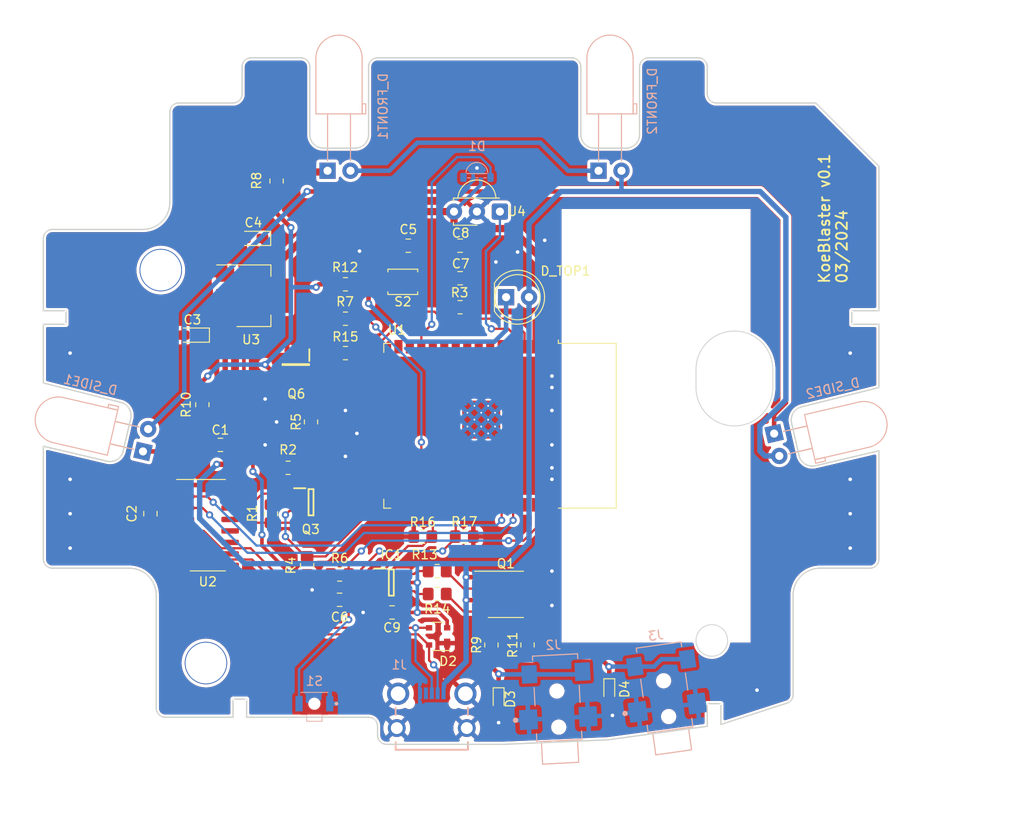
<source format=kicad_pcb>
(kicad_pcb (version 20221018) (generator pcbnew)
  (title_block (title "KoeBlaster") (date "2024-03-26") (rev "0.1"))
  (layers (0 "F.Cu" signal) (31 "B.Cu" signal) (34 "B.Paste" user) (35 "F.Paste" user) (36 "B.SilkS" user "B.Silkscreen") (37 "F.SilkS" user "F.Silkscreen") (38 "B.Mask" user) (39 "F.Mask" user) (44 "Edge.Cuts" user))
  (net 0 "")
  (net 30 "+5V")
  (net 31 "GND")
  (net 32 "Net-(U2-V3)")
  (net 33 "+3V3")
  (net 34 "/EN")
  (net 35 "/GPIO0")
  (net 36 "Net-(Q6-G)")
  (net 37 "Net-(Q6-D)")
  (net 39 "Net-(D_FRONT1-K)")
  (net 40 "Net-(D_SIDE1-K)")
  (net 41 "Net-(D_TOP1-K)")
  (net 42 "/GPIO2")
  (net 43 "/CH340TX")
  (net 44 "/CH340RX")
  (net 45 "Net-(D_FRONT1-A)")
  (net 46 "Net-(U1-SENSOR_VP)")
  (net 47 "/GPIO23")
  (net 48 "/GPIO27")
  (net 49 "/GPIO16")
  (net 51 "Net-(D_SIDE1-A)")
  (net 52 "Net-(U2-UD+)")
  (net 53 "Net-(U2-UD-)")
  (net 55 "Net-(Q3A-E)")
  (net 56 "Net-(Q3A-B)")
  (net 57 "Net-(Q3B-E)")
  (net 58 "Net-(Q3B-B)")
  (net 59 "Net-(D3-K)")
  (net 60 "Net-(D4-K)")
  (net 61 "Net-(Q1A-G1)")
  (net 62 "Net-(Q1B-G2)")
  (net 63 "Net-(Q1B-D2-Pad5)")
  (net 64 "Net-(Q1A-D1-Pad7)")
  (net 65 "Net-(IC1-2Y)")
  (net 66 "Net-(IC1-1Y)")
  (net 67 "/IR_Ext2")
  (net 68 "/IR_Ext1")
  (footprint "RF_Module:ESP32-WROOM-32" (layer "F.Cu") (at 105.565 67.735 -90)
    (fp_text reference "U1")
    (fp_text value "ESP32-WROOM-32")
  )
  (footprint "SamacSys_Parts:SOT95P275X110-6N" (layer "F.Cu") (at 96.52 85.09)
    (fp_text reference "IC1")
    (fp_text value "74LVC2G14GV,125" hide)
  )
  (footprint "" (layer "F.Cu") (at 60.45 55.05)
    (fp_text reference "")
    (fp_text value "")
  )
  (footprint "" (layer "F.Cu") (at 80.45 98.05)
    (fp_text reference "")
    (fp_text value "")
  )
  (footprint "Diode_SMD:D_SOD-523" (layer "F.Cu") (at 120.65 97 -90)
    (fp_text reference "D4")
    (fp_text value "ESD5Z5.0T1G")
  )
  (footprint "Package_TO_SOT_SMD:SOT-143" (layer "F.Cu") (at 101.7 91.05 180)
    (fp_text reference "D2")
    (fp_text value "SP0503BAHT")
  )
  (footprint "Capacitor_SMD:C_0805_2012Metric_Pad1.18x1.45mm_HandSolder" (layer "F.Cu") (at 96.6 88.4 180)
    (fp_text reference "C9")
    (fp_text value "1uF")
  )
  (footprint "Resistor_SMD:R_0805_2012Metric_Pad1.20x1.40mm_HandSolder" (layer "F.Cu") (at 107.6 92 90)
    (fp_text reference "R9")
    (fp_text value "20R")
  )
  (footprint "Resistor_SMD:R_0805_2012Metric_Pad1.20x1.40mm_HandSolder" (layer "F.Cu") (at 75.6 65.4 -90)
    (fp_text reference "R10")
    (fp_text value "13R")
  )
  (footprint "Resistor_SMD:R_0805_2012Metric_Pad1.20x1.40mm_HandSolder" (layer "F.Cu") (at 104.14 54.61)
    (fp_text reference "R3")
    (fp_text value "10k")
  )
  (footprint "Resistor_SMD:R_0805_2012Metric_Pad1.20x1.40mm_HandSolder" (layer "F.Cu") (at 90.8 84.2 180)
    (fp_text reference "R6")
    (fp_text value "10k")
  )
  (footprint "Resistor_SMD:R_0805_2012Metric_Pad1.20x1.40mm_HandSolder" (layer "F.Cu") (at 85.09 72.39 180)
    (fp_text reference "R2")
    (fp_text value "10k")
  )
  (footprint "Capacitor_SMD:C_0805_2012Metric_Pad1.18x1.45mm_HandSolder" (layer "F.Cu") (at 69.85 77.47 90)
    (fp_text reference "C2")
    (fp_text value "100nF")
  )
  (footprint "OptoDevice:Vishay_MINICAST-3Pin" (layer "F.Cu") (at 108.54 44.025 180)
    (fp_text reference "U4")
    (fp_text value "TSMP98100")
  )
  (footprint "Resistor_SMD:R_0805_2012Metric_Pad1.20x1.40mm_HandSolder" (layer "F.Cu") (at 111.6 92 90)
    (fp_text reference "R11")
    (fp_text value "20R")
  )
  (footprint "Package_SO:SOIC-8_3.9x4.9mm_P1.27mm" (layer "F.Cu") (at 109.2 86.4)
    (fp_text reference "Q1")
    (fp_text value "IRF7324")
  )
  (footprint "" (layer "F.Cu") (at 60.45 56.45)
    (fp_text reference "")
    (fp_text value "")
  )
  (footprint "LED_THT:LED_D5.0mm_IRBlack" (layer "F.Cu") (at 109.225 53.5)
    (fp_text reference "D_TOP1")
    (fp_text value "SFH 4547")
  )
  (footprint "Diode_SMD:D_SOD-523" (layer "F.Cu") (at 108.4 98 -90)
    (fp_text reference "D3")
    (fp_text value "ESD5Z5.0T1G")
  )
  (footprint "" (layer "F.Cu") (at 147.55 56.45)
    (fp_text reference "")
    (fp_text value "")
  )
  (footprint "SamacSys_Parts:SOT95P237X112-3N" (layer "F.Cu") (at 85.945 60.96 -90)
    (fp_text reference "Q6")
    (fp_text value "SQ2310CES-T1_GE3" hide)
  )
  (footprint "Resistor_SMD:R_0805_2012Metric_Pad1.20x1.40mm_HandSolder" (layer "F.Cu") (at 87.63 67.31 90)
    (fp_text reference "R5")
    (fp_text value "4k7")
  )
  (footprint "Capacitor_SMD:C_0805_2012Metric_Pad1.18x1.45mm_HandSolder" (layer "F.Cu") (at 104.14 47.8)
    (fp_text reference "C8")
    (fp_text value "1uF")
  )
  (footprint "" (layer "F.Cu") (at 132.95 98.55)
    (fp_text reference "")
    (fp_text value "")
  )
  (footprint "Capacitor_Tantalum_SMD:CP_EIA-2012-15_AVX-P_Pad1.30x1.05mm_HandSolder" (layer "F.Cu") (at 74.5 57.7 180)
    (fp_text reference "C3")
    (fp_text value "10uF")
  )
  (footprint "Capacitor_SMD:C_0805_2012Metric_Pad1.18x1.45mm_HandSolder" (layer "F.Cu") (at 104.14 51.4)
    (fp_text reference "C7")
    (fp_text value "100uF")
  )
  (footprint "Resistor_SMD:R_0805_2012Metric_Pad1.20x1.40mm_HandSolder" (layer "F.Cu") (at 91.44 55.88)
    (fp_text reference "R7")
    (fp_text value "1k")
  )
  (footprint "Button_Switch_SMD:SW_SPST_B3U-1000P" (layer "F.Cu") (at 97.79 51.8 180)
    (fp_text reference "S2")
    (fp_text value "SW_Push" hide)
  )
  (footprint "Capacitor_SMD:C_0805_2012Metric_Pad1.18x1.45mm_HandSolder" (layer "F.Cu") (at 77.6 69.85 180)
    (fp_text reference "C1")
    (fp_text value "100nF")
  )
  (footprint "Resistor_SMD:R_0805_2012Metric_Pad1.20x1.40mm_HandSolder" (layer "F.Cu") (at 83.82 40.64 90)
    (fp_text reference "R8")
    (fp_text value "13R")
  )
  (footprint "Resistor_SMD:R_0805_2012Metric_Pad1.20x1.40mm_HandSolder" (layer "F.Cu") (at 101.6 83.82 180)
    (fp_text reference "R13")
    (fp_text value "1k")
  )
  (footprint "" (layer "F.Cu") (at 147.55 55.05)
    (fp_text reference "")
    (fp_text value "")
  )
  (footprint "MountingHole:MountingHole_4.5mm" (layer "F.Cu") (at 76 94)
    (fp_text reference "H2" hide)
    (fp_text value "MountingHole_4.5mm" hide)
  )
  (footprint "Resistor_SMD:R_0805_2012Metric_Pad1.20x1.40mm_HandSolder" (layer "F.Cu") (at 87.2 83.2 90)
    (fp_text reference "R4")
    (fp_text value "4k7")
  )
  (footprint "Package_TO_SOT_SMD:SOT-223-3_TabPin2" (layer "F.Cu") (at 81.28 53.34)
    (fp_text reference "U3")
    (fp_text value "NCP1117-3.3_SOT223")
  )
  (footprint "" (layer "F.Cu") (at 131.55 98.55)
    (fp_text reference "")
    (fp_text value "")
  )
  (footprint "SamacSys_Parts:SOT95P275X110-6N" (layer "F.Cu") (at 87.63 76.2)
    (fp_text reference "Q3")
    (fp_text value "BC817DS" hide)
  )
  (footprint "" (layer "F.Cu") (at 79.05 98.05)
    (fp_text reference "")
    (fp_text value "")
  )
  (footprint "Resistor_SMD:R_0805_2012Metric_Pad1.20x1.40mm_HandSolder" (layer "F.Cu") (at 91.44 59.69 180)
    (fp_text reference "R15")
    (fp_text value "10k")
  )
  (footprint "Capacitor_Tantalum_SMD:CP_EIA-2012-15_AVX-P_Pad1.30x1.05mm_HandSolder" (layer "F.Cu") (at 81.28 46.99 180)
    (fp_text reference "C4")
    (fp_text value "22uF")
  )
  (footprint "Resistor_SMD:R_0805_2012Metric_Pad1.20x1.40mm_HandSolder" (layer "F.Cu") (at 104.6 80)
    (fp_text reference "R17")
    (fp_text value "10k")
  )
  (footprint "Resistor_SMD:R_0805_2012Metric_Pad1.20x1.40mm_HandSolder" (layer "F.Cu") (at 101.6 86.36 180)
    (fp_text reference "R14")
    (fp_text value "1k")
  )
  (footprint "Capacitor_SMD:C_0805_2012Metric_Pad1.18x1.45mm_HandSolder" (layer "F.Cu") (at 98.4 47.8 180)
    (fp_text reference "C5")
    (fp_text value "1uF")
  )
  (footprint "Resistor_SMD:R_0805_2012Metric_Pad1.20x1.40mm_HandSolder" (layer "F.Cu") (at 100 80.01 180)
    (fp_text reference "R16")
    (fp_text value "10k")
  )
  (footprint "Package_SO:SOIC-16_3.9x9.9mm_P1.27mm" (layer "F.Cu") (at 76.2 78.74)
    (fp_text reference "U2")
    (fp_text value "CH340C")
  )
  (footprint "Capacitor_SMD:C_0805_2012Metric_Pad1.18x1.45mm_HandSolder" (layer "F.Cu") (at 90.8 87 180)
    (fp_text reference "C6")
    (fp_text value "100nF")
  )
  (footprint "Resistor_SMD:R_0805_2012Metric_Pad1.20x1.40mm_HandSolder" (layer "F.Cu") (at 83.2 77.47 -90)
    (fp_text reference "R1")
    (fp_text value "10k")
  )
  (footprint "MountingHole:MountingHole_4.5mm" (layer "F.Cu") (at 71 50.5)
    (fp_text reference "H1" hide)
    (fp_text value "MountingHole_4.5mm" hide)
  )
  (footprint "Resistor_SMD:R_0805_2012Metric_Pad1.20x1.40mm_HandSolder" (layer "F.Cu") (at 91.44 52.07)
    (fp_text reference "R12")
    (fp_text value "34R")
  )
  (footprint "LED_THT:LED_D5.0mm_Horizontal_O6.35mm_Z3.0mm" (layer "B.Cu") (at 89.46 39.5)
    (fp_text reference "D_FRONT1")
    (fp_text value "SFH 4547")
  )
  (footprint "LED_THT:LED_D5.0mm_Horizontal_O3.81mm_Z3.0mm" (layer "B.Cu") (at 69.028624 70.5749 77)
    (fp_text reference "D_SIDE1")
    (fp_text value "SFH 4547")
  )
  (footprint "LED_THT:LED_D5.0mm_Horizontal_O6.35mm_Z3.0mm" (layer "B.Cu") (at 119.46 39.5)
    (fp_text reference "D_FRONT2")
    (fp_text value "SFH 4547")
  )
  (footprint "SJ2-25103A-SMT-TR:CUI_SJ2-25103A-SMT-TR" (layer "B.Cu") (at 126.946654 97.944464 98)
    (fp_text reference "J3")
    (fp_text value "SJ2-25103A-SMT-TR")
  )
  (footprint "SamacSys_Parts:B3U3000PB" (layer "B.Cu") (at 88 98.5)
    (fp_text reference "S1")
    (fp_text value "B3U-3000P-B" hide)
  )
  (footprint "koeblaster_devices:SK68xx-EC3210R" (layer "B.Cu") (at 106 40.5)
    (fp_text reference "D1")
    (fp_text value "SK68xx_ec3210r")
  )
  (footprint "SamacSys_Parts:629105150521" (layer "B.Cu") (at 101 100.3 180)
    (fp_text reference "J1")
    (fp_text value "USB_B_Mini" hide)
  )
  (footprint "LED_THT:LED_D5.0mm_Horizontal_O3.81mm_Z3.0mm" (layer "B.Cu") (at 138.9 68.6 -77)
    (fp_text reference "D_SIDE2")
    (fp_text value "SFH 4547")
  )
  (footprint "SJ2-25103A-SMT-TR:CUI_SJ2-25103A-SMT-TR" (layer "B.Cu") (at 114.952187 99.099079 93)
    (fp_text reference "J2")
    (fp_text value "SJ2-25103A-SMT-TR")
  )
  (gr_line locked (start 71.5 100) (end 79 100) (stroke (width 0.15)) (layer "Edge.Cuts"))
  (gr_line locked (start 150.5 56.5) (end 150.5 63) (stroke (width 0.15)) (layer "Edge.Cuts"))
  (gr_line locked (start 150.5 39) (end 150.5 55) (stroke (width 0.15)) (layer "Edge.Cuts"))
  (gr_arc locked (start 96 103) (mid 95.292893 102.707107) (end 95 102) (stroke (width 0.15)) (layer "Edge.Cuts"))
  (gr_arc locked (start 58 47) (mid 58.292893 46.292894) (end 59 46) (stroke (width 0.15)) (layer "Edge.Cuts"))
  (gr_line locked (start 58 70) (end 58 82.5) (stroke (width 0.15)) (layer "Edge.Cuts"))
  (gr_arc locked (start 116.5 27) (mid 117.207107 27.292893) (end 117.5 28) (stroke (width 0.15)) (layer "Edge.Cuts"))
  (gr_line locked (start 141 86.5) (end 141 97.5) (stroke (width 0.15)) (layer "Edge.Cuts"))
  (gr_line locked (start 87.5 35.5) (end 87.5 28) (stroke (width 0.15)) (layer "Edge.Cuts"))
  (gr_line locked (start 58 47) (end 58 55) (stroke (width 0.15)) (layer "Edge.Cuts"))
  (gr_arc locked (start 94 28) (mid 94.292893 27.292893) (end 95 27) (stroke (width 0.15)) (layer "Edge.Cuts"))
  (gr_line locked (start 138.75 61.5) (end 138.75 63.5) (stroke (width 0.1)) (layer "Edge.Cuts"))
  (gr_line locked (start 95 27) (end 116.5 27) (stroke (width 0.15)) (layer "Edge.Cuts"))
  (gr_arc locked (start 71.5 100) (mid 70.792893 99.707107) (end 70.5 99) (stroke (width 0.15)) (layer "Edge.Cuts"))
  (gr_line locked (start 130.25 61.5) (end 130.25 63.5) (stroke (width 0.1)) (layer "Edge.Cuts"))
  (gr_arc locked (start 94 35.5) (mid 93.56066 36.56066) (end 92.5 37) (stroke (width 0.15)) (layer "Edge.Cuts"))
  (gr_line locked (start 132.5 32) (end 143.5 32) (stroke (width 0.15)) (layer "Edge.Cuts"))
  (gr_line locked (start 95 101) (end 95 102) (stroke (width 0.15)) (layer "Edge.Cuts"))
  (gr_line locked (start 150.5 70.5) (end 150.5 82.5) (stroke (width 0.15)) (layer "Edge.Cuts"))
  (gr_line locked (start 150.5 63) (end 150.5 63.5) (stroke (width 0.15)) (layer "Edge.Cuts"))
  (gr_line locked (start 120.5 102.5) (end 109 103) (stroke (width 0.15)) (layer "Edge.Cuts"))
  (gr_line locked (start 133 98.5) (end 131.5 98.5) (stroke (width 0.15)) (layer "Edge.Cuts"))
  (gr_arc locked (start 124 35.5) (mid 123.56066 36.56066) (end 122.5 37) (stroke (width 0.15)) (layer "Edge.Cuts"))
  (gr_line locked (start 59 83.5) (end 67.5 83.5) (stroke (width 0.15)) (layer "Edge.Cuts"))
  (gr_line locked (start 117.5 35.5) (end 117.5 28) (stroke (width 0.15)) (layer "Edge.Cuts"))
  (gr_arc locked (start 94 100) (mid 94.707107 100.292893) (end 95 101) (stroke (width 0.15)) (layer "Edge.Cuts"))
  (gr_circle locked (center 132 91.5) (end 133.75 91.5) (stroke (width 0.1)) (fill none) (layer "Edge.Cuts"))
  (gr_line locked (start 58 70) (end 65.033594 71.654963) (stroke (width 0.15)) (layer "Edge.Cuts"))
  (gr_line locked (start 131.5 98.5) (end 131.5 101) (stroke (width 0.15)) (layer "Edge.Cuts"))
  (gr_line locked (start 80 28) (end 80 31) (stroke (width 0.15)) (layer "Edge.Cuts"))
  (gr_arc locked (start 72 43) (mid 71.121321 45.121321) (end 69 46) (stroke (width 0.15)) (layer "Edge.Cuts"))
  (gr_line locked (start 92.5 37) (end 89 37) (stroke (width 0.15)) (layer "Edge.Cuts"))
  (gr_arc locked (start 66.83874 70.532127) (mid 66.169412 71.468491) (end 65.033594 71.654963) (stroke (width 0.15)) (layer "Edge.Cuts"))
  (gr_arc locked (start 130.5 27) (mid 131.207107 27.292893) (end 131.5 28) (stroke (width 0.15)) (layer "Edge.Cuts"))
  (gr_arc locked (start 138.75 63.5) (mid 134.5 67.75) (end 130.25 63.5) (stroke (width 0.1)) (layer "Edge.Cuts"))
  (gr_arc locked (start 141 97.5) (mid 140.850651 98.025731) (end 140.447214 98.394427) (stroke (width 0.15)) (layer "Edge.Cuts"))
  (gr_line locked (start 58 55) (end 60.5 55) (stroke (width 0.15)) (layer "Edge.Cuts"))
  (gr_arc locked (start 124 28) (mid 124.292893 27.292893) (end 125 27) (stroke (width 0.15)) (layer "Edge.Cuts"))
  (gr_line locked (start 58 56.5) (end 58 63) (stroke (width 0.15)) (layer "Edge.Cuts"))
  (gr_line locked (start 125 27) (end 130.5 27) (stroke (width 0.15)) (layer "Edge.Cuts"))
  (gr_line locked (start 150.5 55) (end 147.5 55) (stroke (width 0.15)) (layer "Edge.Cuts"))
  (gr_line locked (start 80.5 100) (end 94 100) (stroke (width 0.15)) (layer "Edge.Cuts"))
  (gr_arc locked (start 140.831212 67.435254) (mid 141.013628 66.314561) (end 141.928996 65.642751) (stroke (width 0.15)) (layer "Edge.Cuts"))
  (gr_line locked (start 147.5 55) (end 147.5 56.5) (stroke (width 0.15)) (layer "Edge.Cuts"))
  (gr_line (start 133 98.5) (end 133 100.8) (stroke (width 0.15)) (layer "Edge.Cuts"))
  (gr_line locked (start 94 28) (end 94 35.5) (stroke (width 0.15)) (layer "Edge.Cuts"))
  (gr_arc locked (start 130.25 61.5) (mid 134.5 57.25) (end 138.75 61.5) (stroke (width 0.1)) (layer "Edge.Cuts"))
  (gr_line locked (start 60.5 56.5) (end 58 56.5) (stroke (width 0.15)) (layer "Edge.Cuts"))
  (gr_arc locked (start 67.5 83.5) (mid 69.62132 84.37868) (end 70.5 86.5) (stroke (width 0.15)) (layer "Edge.Cuts"))
  (gr_line locked (start 150.5 70.5) (end 143.466406 72.154963) (stroke (width 0.15)) (layer "Edge.Cuts"))
  (gr_line locked (start 149.5 83.5) (end 144 83.5) (stroke (width 0.15)) (layer "Edge.Cuts"))
  (gr_line locked (start 150.5 63.5) (end 141.928996 65.642751) (stroke (width 0.15)) (layer "Edge.Cuts"))
  (gr_arc locked (start 66.571004 65.142751) (mid 67.486372 65.814561) (end 67.668788 66.935254) (stroke (width 0.15)) (layer "Edge.Cuts"))
  (gr_line locked (start 69 46) (end 59 46) (stroke (width 0.15)) (layer "Edge.Cuts"))
  (gr_line locked (start 131.5 28) (end 131.5 31) (stroke (width 0.15)) (layer "Edge.Cuts"))
  (gr_arc locked (start 150.5 82.5) (mid 150.207107 83.207107) (end 149.5 83.5) (stroke (width 0.15)) (layer "Edge.Cuts"))
  (gr_line locked (start 70.5 86.5) (end 70.5 99) (stroke (width 0.15)) (layer "Edge.Cuts"))
  (gr_line locked (start 60.5 55) (end 60.5 56.5) (stroke (width 0.15)) (layer "Edge.Cuts"))
  (gr_arc locked (start 119 37) (mid 117.93934 36.56066) (end 117.5 35.5) (stroke (width 0.15)) (layer "Edge.Cuts"))
  (gr_line locked (start 72 33) (end 72 43) (stroke (width 0.15)) (layer "Edge.Cuts"))
  (gr_arc locked (start 59 83.5) (mid 58.292893 83.207107) (end 58 82.5) (stroke (width 0.15)) (layer "Edge.Cuts"))
  (gr_arc locked (start 143.466406 72.154963) (mid 142.33058 71.968538) (end 141.66126 71.032127) (stroke (width 0.15)) (layer "Edge.Cuts"))
  (gr_line locked (start 79 98) (end 80.5 98) (stroke (width 0.15)) (layer "Edge.Cuts"))
  (gr_arc locked (start 132.5 32) (mid 131.792893 31.707107) (end 131.5 31) (stroke (width 0.15)) (layer "Edge.Cuts"))
  (gr_arc locked (start 72 33) (mid 72.292893 32.292894) (end 73 32) (stroke (width 0.15)) (layer "Edge.Cuts"))
  (gr_line locked (start 79 32) (end 73 32) (stroke (width 0.15)) (layer "Edge.Cuts"))
  (gr_line locked (start 124 28) (end 124 35.5) (stroke (width 0.15)) (layer "Edge.Cuts"))
  (gr_line locked (start 143.5 32) (end 150.5 39) (stroke (width 0.15)) (layer "Edge.Cuts"))
  (gr_line locked (start 147.5 56.5) (end 150.5 56.5) (stroke (width 0.15)) (layer "Edge.Cuts"))
  (gr_arc locked (start 80 28) (mid 80.292893 27.292894) (end 81 27) (stroke (width 0.15)) (layer "Edge.Cuts"))
  (gr_line locked (start 80.5 98) (end 80.5 100) (stroke (width 0.15)) (layer "Edge.Cuts"))
  (gr_line locked (start 131.5 101) (end 120.5 102.5) (stroke (width 0.15)) (layer "Edge.Cuts"))
  (gr_arc locked (start 86.5 27) (mid 87.207106 27.292893) (end 87.5 28) (stroke (width 0.15)) (layer "Edge.Cuts"))
  (gr_arc locked (start 80 31) (mid 79.707107 31.707106) (end 79 32) (stroke (width 0.15)) (layer "Edge.Cuts"))
  (gr_arc locked (start 89 37) (mid 87.93934 36.56066) (end 87.5 35.5) (stroke (width 0.15)) (layer "Edge.Cuts"))
  (gr_line locked (start 86.5 27) (end 81 27) (stroke (width 0.15)) (layer "Edge.Cuts"))
  (gr_line locked (start 141.66126 71.032127) (end 140.831212 67.435254) (stroke (width 0.15)) (layer "Edge.Cuts"))
  (gr_line locked (start 96 103) (end 109 103) (stroke (width 0.15)) (layer "Edge.Cuts"))
  (gr_line locked (start 79 98) (end 79 100) (stroke (width 0.15)) (layer "Edge.Cuts"))
  (gr_line (start 133 100.8) (end 140.447214 98.394427) (stroke (width 0.15)) (layer "Edge.Cuts"))
  (gr_line locked (start 122.5 37) (end 119 37) (stroke (width 0.15)) (layer "Edge.Cuts"))
  (gr_arc locked (start 141 86.5) (mid 141.87868 84.37868) (end 144 83.5) (stroke (width 0.15)) (layer "Edge.Cuts"))
  (gr_line locked (start 58 63) (end 66.571004 65.142751) (stroke (width 0.15)) (layer "Edge.Cuts"))
  (gr_line locked (start 66.83874 70.532127) (end 67.668788 66.935254) (stroke (width 0.15)) (layer "Edge.Cuts"))
  (gr_text "KoeBlaster v0.1\n03/2024" (at 147.1 52.1 90) (layer "F.SilkS") (effects (font (size 1.2 1.2) (thickness 0.2)) (justify left bottom)))
  (segment (start 102.7 89.3) (end 102.7 90.1) (width 0.4) (layer "F.Cu") (net 30))
  (segment (start 97.6375 88.4) (end 99.4 88.4) (width 0.4) (layer "F.Cu") (net 30))
  (segment (start 104.8 84.495) (end 106.725 84.495) (width 0.5) (layer "F.Cu") (net 30))
  (segment (start 99.39 85.09) (end 99.4 85.1) (width 0.4) (layer "F.Cu") (net 30))
  (segment (start 99.4 88.4) (end 101.8 88.4) (width 0.4) (layer "F.Cu") (net 30))
  (segment (start 78.675 72) (end 77.2 72) (width 0.6) (layer "F.Cu") (net 30))
  (segment (start 75.3 57.7) (end 78.13 57.7) (width 0.6) (layer "F.Cu") (net 30))
  (segment (start 78.13 55.64) (end 78.13 57.7) (width 0.6) (layer "F.Cu") (net 30))
  (segment (start 78.13 57.7) (end 78.13 58.5) (width 0.6) (layer "F.Cu") (net 30))
  (segment (start 78.675 74.295) (end 78.675 72) (width 0.6) (layer "F.Cu") (net 30))
  (segment (start 97.77 85.09) (end 99.39 85.09) (width 0.4) (layer "F.Cu") (net 30))
  (segment (start 78.675 65.315) (end 78.13 64.77) (width 0.6) (layer "F.Cu") (net 30))
  (segment (start 101.8 88.4) (end 102.7 89.3) (width 0.4) (layer "F.Cu") (net 30))
  (segment (start 78.13 58.5) (end 78.13 64.77) (width 0.6) (layer "F.Cu") (net 30))
  (segment (start 104.8 87.035) (end 106.725 87.035) (width 0.5) (layer "F.Cu") (net 30))
  (segment (start 78.675 72) (end 78.675 65.315) (width 0.6) (layer "F.Cu") (net 30))
  (via (at 77.2 72) (size 0.8) (drill 0.4) (layers "F.Cu" "B.Cu") (net 30))
  (via (at 99.4 88.4) (size 0.8) (drill 0.4) (layers "F.Cu" "B.Cu") (net 30))
  (via (at 104.8 84.495) (size 0.8) (drill 0.4) (layers "F.Cu" "B.Cu") (net 30))
  (via (at 99.4 85.1) (size 0.8) (drill 0.4) (layers "F.Cu" "B.Cu") (net 30))
  (via (at 104.8 87.035) (size 0.8) (drill 0.4) (layers "F.Cu" "B.Cu") (net 30))
  (segment (start 75.3 73.9) (end 75.3 78) (width 0.6) (layer "B.Cu") (net 30))
  (segment (start 104.8 84.495) (end 104.8 83) (width 0.6) (layer "B.Cu") (net 30))
  (segment (start 122 39.5) (end 122 41.8) (width 0.5) (layer "B.Cu") (net 30))
  (segment (start 138.029389 67.020611) (end 140.2 64.85) (width 0.6) (layer "B.Cu") (net 30))
  (segment (start 102.65 96) (end 102.35 96.3) (width 0.5) (layer "B.Cu") (net 30))
  (segment (start 111.765 80.685) (end 111.765 53.5) (width 0.6) (layer "B.Cu") (net 30))
  (segment (start 137.320611 67.718415) (end 138.018415 67.020611) (width 0.6) (layer "B.Cu") (net 30))
  (segment (start 115.3 41.8) (end 111.765 45.335) (width 0.6) (layer "B.Cu") (net 30))
  (segment (start 138.018415 67.020611) (end 138.029389 67.020611) (width 0.6) (layer "B.Cu") (net 30))
  (segment (start 77.2 72) (end 75.3 73.9) (width 0.6) (layer "B.Cu") (net 30))
  (segment (start 137.35 41.8) (end 115.3 41.8) (width 0.6) (layer "B.Cu") (net 30))
  (segment (start 102.35 96.3) (end 102.35 96.6) (width 0.5) (layer "B.Cu") (net 30))
  (segment (start 139.471376 71.0749) (end 137.8749 71.0749) (width 0.6) (layer "B.Cu") (net 30))
  (segment (start 99.4 85.1) (end 99.4 83) (width 0.4) (layer "B.Cu") (net 30))
  (segment (start 75.3 78) (end 80.3 83) (width 0.6) (layer "B.Cu") (net 30))
  (segment (start 80.3 83) (end 99.4 83) (width 0.6) (layer "B.Cu") (net 30))
  (segment (start 137.320611 70.520611) (end 137.320611 67.718415) (width 0.6) (layer "B.Cu") (net 30))
  (segment (start 140.2 44.65) (end 137.35 41.8) (width 0.6) (layer "B.Cu") (net 30))
  (segment (start 111.765 45.335) (end 111.765 53.5) (width 0.6) (layer "B.Cu") (net 30))
  (segment (start 99.4 85.1) (end 99.4 88.4) (width 0.4) (layer "B.Cu") (net 30))
  (segment (start 104.8 87.035) (end 104.8 84.495) (width 0.6) (layer "B.Cu") (net 30))
  (segment (start 102.3 96.65) (end 102.3 97.35) (width 0.45) (layer "B.Cu") (net 30))
  (segment (start 140.2 64.85) (end 140.2 44.65) (width 0.6) (layer "B.Cu") (net 30))
  (segment (start 104.8 83) (end 109.45 83) (width 0.6) (layer "B.Cu") (net 30))
  (segment (start 102.65 96) (end 104.8 93.85) (width 0.6) (layer "B.Cu") (net 30))
  (segment (start 137.8749 71.0749) (end 137.320611 70.520611) (width 0.6) (layer "B.Cu") (net 30))
  (segment (start 109.45 83) (end 111.765 80.685) (width 0.6) (layer "B.Cu") (net 30))
  (segment (start 99.4 83) (end 104.8 83) (width 0.6) (layer "B.Cu") (net 30))
  (segment (start 104.8 93.85) (end 104.8 87.035) (width 0.6) (layer "B.Cu") (net 30))
  (via blind (at 91.44 66.04) (size 0.8) (drill 0.4) (layers "F.Cu" "B.Cu") (net 31))
  (via blind (at 92.71 68.58) (size 0.8) (drill 0.4) (layers "F.Cu" "B.Cu") (net 31))
  (via blind (at 147.32 73.66) (size 0.8) (drill 0.4) (layers "F.Cu" "B.Cu") (net 31))
  (via blind (at 108.4 100.6) (size 0.8) (drill 0.4) (layers "F.Cu" "B.Cu") (net 31))
  (via blind (at 147.32 59.69) (size 0.8) (drill 0.4) (layers "F.Cu" "B.Cu") (net 31))
  (via blind (at 114.3 87.63) (size 0.8) (drill 0.4) (layers "F.Cu" "B.Cu") (net 31))
  (via blind (at 113.5 47.2) (size 0.8) (drill 0.4) (layers "F.Cu" "B.Cu") (net 31))
  (via blind (at 108.1 49.6) (size 0.8) (drill 0.4) (layers "F.Cu" "B.Cu") (net 31))
  (via blind (at 82.55 64.77) (size 0.8) (drill 0.4) (layers "F.Cu" "B.Cu") (net 31))
  (via blind (at 60.96 59.69) (size 0.8) (drill 0.4) (layers "F.Cu" "B.Cu") (net 31))
  (via blind (at 114.3 66.04) (size 0.8) (drill 0.4) (layers "F.Cu" "B.Cu") (net 31))
  (via blind (at 114.3 83.82) (size 0.8) (drill 0.4) (layers "F.Cu" "B.Cu") (net 31))
  (via blind (at 137 97) (size 0.8) (drill 0.4) (layers "F.Cu" "B.Cu") (net 31))
  (via blind (at 93.4 88.4) (size 0.8) (drill 0.4) (layers "F.Cu" "B.Cu") (net 31))
  (via blind (at 60.96 73.66) (size 0.8) (drill 0.4) (layers "F.Cu" "B.Cu") (net 31))
  (via blind (at 60.96 77.47) (size 0.8) (drill 0.4) (layers "F.Cu" "B.Cu") (net 31))
  (via blind (at 147.32 77.47) (size 0.8) (drill 0.4) (layers "F.Cu" "B.Cu") (net 31))
  (via blind (at 60.96 81.28) (size 0.8) (drill 0.4) (layers "F.Cu" "B.Cu") (net 31))
  (via blind (at 121 99.8) (size 0.8) (drill 0.4) (layers "F.Cu" "B.Cu") (net 31))
  (via blind (at 114.3 62.23) (size 0.8) (drill 0.4) (layers "F.Cu" "B.Cu") (net 31))
  (via blind (at 91.44 71.12) (size 0.8) (drill 0.4) (layers "F.Cu" "B.Cu") (net 31))
  (via blind (at 147.32 81.28) (size 0.8) (drill 0.4) (layers "F.Cu" "B.Cu") (net 31))
  (via blind (at 93 48.4) (size 0.8) (drill 0.4) (layers "F.Cu" "B.Cu") (net 31))
  (via blind (at 114.3 72.39) (size 0.8) (drill 0.4) (layers "F.Cu" "B.Cu") (net 31))
  (via blind (at 110.5 48.5) (size 0.8) (drill 0.4) (layers "F.Cu" "B.Cu") (net 31))
  (via blind (at 114.3 73.66) (size 0.8) (drill 0.4) (layers "F.Cu" "B.Cu") (net 31))
  (via blind (at 114.3 69.85) (size 0.8) (drill 0.4) (layers "F.Cu" "B.Cu") (net 31))
  (via blind (at 83.82 67.31) (size 0.8) (drill 0.4) (layers "F.Cu" "B.Cu") (net 31))
  (via blind (at 87.75 85.9) (size 0.8) (drill 0.4) (layers "F.Cu" "B.Cu") (net 31))
  (via blind (at 106 39.2) (size 0.8) (drill 0.4) (layers "F.Cu" "B.Cu") (net 31))
  (via blind (at 114.3 63.5) (size 0.8) (drill 0.4) (layers "F.Cu" "B.Cu") (net 31))
  (via blind (at 82.55 69.85) (size 0.8) (drill 0.4) (layers "F.Cu" "B.Cu") (net 31))
  (segment (start 105.575 40.49) (end 105.575 39.625) (width 0.4) (layer "B.Cu") (net 31))
  (segment (start 105.575 39.625) (end 106 39.2) (width 0.4) (layer "B.Cu") (net 31))
  (segment (start 73.725 78.105) (end 72.095 78.105) (width 0.5) (layer "F.Cu") (net 32))
  (segment (start 71.6925 78.5075) (end 69.85 78.5075) (width 0.5) (layer "F.Cu") (net 32))
  (segment (start 72.095 78.105) (end 71.6925 78.5075) (width 0.5) (layer "F.Cu") (net 32))
  (segment (start 82.2 81) (end 85.4 84.2) (width 0.4) (layer "F.Cu") (net 33))
  (segment (start 80.2 53.34) (end 80.2 63.2) (width 0.4) (layer "F.Cu") (net 33))
  (segment (start 103.46 46.445) (end 103.46 45.64) (width 0.8) (layer "F.Cu") (net 33))
  (segment (start 103.1025 46.8025) (end 103.46 46.445) (width 0.8) (layer "F.Cu") (net 33))
  (segment (start 81.2 64.2) (end 81.2 72.8) (width 0.4) (layer "F.Cu") (net 33))
  (segment (start 103.1025 46.8025) (end 103.1025 47.8) (width 0.8) (layer "F.Cu") (net 33))
  (segment (start 109.8 45.9) (end 103.72 45.9) (width 0.8) (layer "F.Cu") (net 33))
  (segment (start 84.43 49.34) (end 82.08 46.99) (width 0.8) (layer "F.Cu") (net 33))
  (segment (start 78.13 53.34) (end 81.2 53.34) (width 1) (layer "F.Cu") (net 33))
  (segment (start 103.72 45.9) (end 103.46 45.64) (width 0.8) (layer "F.Cu") (net 33))
  (segment (start 81.2 53.34) (end 84.43 53.34) (width 1) (layer "F.Cu") (net 33))
  (segment (start 85.4 84.2) (end 87.2 84.2) (width 0.4) (layer "F.Cu") (net 33))
  (segment (start 103.1025 54.5725) (end 103.14 54.61) (width 0.8) (layer "F.Cu") (net 33))
  (segment (start 103.46 44.025) (end 89.745 44.025) (width 0.8) (layer "F.Cu") (net 33))
  (segment (start 80.2 63.2) (end 81.2 64.2) (width 0.4) (layer "F.Cu") (net 33))
  (segment (start 103.46 45.64) (end 103.46 44.025) (width 0.8) (layer "F.Cu") (net 33))
  (segment (start 82.2 79.8) (end 82.2 81) (width 0.4) (layer "F.Cu") (net 33))
  (segment (start 87.2 84.2) (end 89.8 84.2) (width 0.4) (layer "F.Cu") (net 33))
  (segment (start 103.1025 47.8) (end 103.1025 51.4) (width 0.8) (layer "F.Cu") (net 33))
  (segment (start 112.545 58.985) (end 112.545 56.155) (width 0.8) (layer "F.Cu") (net 33))
  (segment (start 114.1 54.6) (end 114.1 50.2) (width 0.8) (layer "F.Cu") (net 33))
  (segment (start 103.1025 51.4) (end 103.1025 54.5725) (width 0.8) (layer "F.Cu") (net 33))
  (segment (start 89.745 44.025) (end 84.43 49.34) (width 0.8) (layer "F.Cu") (net 33))
  (segment (start 112.545 56.155) (end 114.1 54.6) (width 0.8) (layer "F.Cu") (net 33))
  (segment (start 114.1 50.2) (end 109.8 45.9) (width 0.8) (layer "F.Cu") (net 33))
  (segment (start 84.43 53.34) (end 84.43 49.34) (width 0.8) (layer "F.Cu") (net 33))
  (via (at 82.2 79.8) (size 0.8) (drill 0.4) (layers "F.Cu" "B.Cu") (net 33))
  (via (at 81.2 72.8) (size 0.8) (drill 0.4) (layers "F.Cu" "B.Cu") (net 33))
  (segment (start 82.2 73.8) (end 82.2 79.8) (width 0.4) (layer "B.Cu") (net 33))
  (segment (start 81.2 72.8) (end 82.2 73.8) (width 0.4) (layer "B.Cu") (net 33))
  (segment (start 106.425 40.49) (end 106.425 41.06) (width 0.4) (layer "B.Cu") (net 33))
  (segment (start 106.425 41.06) (end 103.46 44.025) (width 0.4) (layer "B.Cu") (net 33))
  (segment (start 86.2 70.326396) (end 88.88 73.006396) (width 0.25) (layer "F.Cu") (net 34))
  (segment (start 101.3 55.1) (end 98.7 55.1) (width 0.25) (layer "F.Cu") (net 34))
  (segment (start 99.5 55.1) (end 98.7 55.1) (width 0.25) (layer "F.Cu") (net 34))
  (segment (start 94.8 61) (end 91.8 64) (width 0.25) (layer "F.Cu") (net 34))
  (segment (start 86.2 65.2) (end 86.2 70.326396) (width 0.25) (layer "F.Cu") (net 34))
  (segment (start 99.49 47.8525) (end 99.49 55.09) (width 0.25) (layer "F.Cu") (net 34))
  (segment (start 87.4 64) (end 86.2 65.2) (width 0.25) (layer "F.Cu") (net 34))
  (segment (start 105.1 55.88) (end 102.08 55.88) (width 0.25) (layer "F.Cu") (net 34))
  (segment (start 94.8 59) (end 94.8 61) (width 0.25) (layer "F.Cu") (net 34))
  (segment (start 99.49 55.09) (end 99.5 55.1) (width 0.25) (layer "F.Cu") (net 34))
  (segment (start 111.275 58.985) (end 111.275 57.475) (width 0.25) (layer "F.Cu") (net 34))
  (segment (start 105.1 55.88) (end 105.14 55.84) (width 0.25) (layer "F.Cu") (net 34))
  (segment (start 105.14 55.84) (end 105.14 54.61) (width 0.25) (layer "F.Cu") (net 34))
  (segment (start 109.68 55.88) (end 105.1 55.88) (width 0.25) (layer "F.Cu") (net 34))
  (segment (start 102.08 55.88) (end 101.3 55.1) (width 0.25) (layer "F.Cu") (net 34))
  (segment (start 111.275 57.475) (end 109.68 55.88) (width 0.25) (layer "F.Cu") (net 34))
  (segment (start 99.4375 47.8) (end 99.49 47.8525) (width 0.25) (layer "F.Cu") (net 34))
  (segment (start 91.8 64) (end 87.4 64) (width 0.25) (layer "F.Cu") (net 34))
  (segment (start 98.7 55.1) (end 94.8 59) (width 0.25) (layer "F.Cu") (net 34))
  (segment (start 88.88 73.006396) (end 88.88 75.25) (width 0.25) (layer "F.Cu") (net 34))
  (segment (start 94.95 76.5) (end 97.29 76.5) (width 0.25) (layer "F.Cu") (net 35))
  (segment (start 87 82.2) (end 89.25 82.2) (width 0.25) (layer "F.Cu") (net 35))
  (segment (start 97.29 76.5) (end 97.305 76.485) (width 0.25) (layer "F.Cu") (net 35))
  (segment (start 84.8 77.6) (end 85.25 77.15) (width 0.25) (layer "F.Cu") (net 35))
  (segment (start 84.8 80) (end 87 82.2) (width 0.25) (layer "F.Cu") (net 35))
  (segment (start 85.25 77.15) (end 86.38 77.15) (width 0.25) (layer "F.Cu") (net 35))
  (segment (start 89.25 82.2) (end 94.95 76.5) (width 0.25) (layer "F.Cu") (net 35))
  (via (at 84.8 77.6) (size 0.8) (drill 0.4) (layers "F.Cu" "B.Cu") (net 35))
  (via (at 84.8 80) (size 0.8) (drill 0.4) (layers "F.Cu" "B.Cu") (net 35))
  (segment (start 84.8 80) (end 84.8 77.6) (width 0.25) (layer "B.Cu") (net 35))
  (segment (start 86.895 58.305) (end 89.32 55.88) (width 0.25) (layer "F.Cu") (net 36))
  (segment (start 89.32 55.88) (end 90.44 55.88) (width 0.25) (layer "F.Cu") (net 36))
  (segment (start 86.895 59.91) (end 86.895 58.305) (width 0.25) (layer "F.Cu") (net 36))
  (segment (start 90.44 52.07) (end 88.53 52.07) (width 0.5) (layer "F.Cu") (net 37))
  (segment (start 83.82 44.22) (end 85.4 45.8) (width 0.5) (layer "F.Cu") (net 37))
  (segment (start 75.6 62.83) (end 76.2 62.23) (width 0.5) (layer "F.Cu") (net 37))
  (segment (start 83.6 62.01) (end 82.55 60.96) (width 0.5) (layer "F.Cu") (net 37))
  (segment (start 85.945 62.01) (end 83.6 62.01) (width 0.5) (layer "F.Cu") (net 37))
  (segment (start 88.53 52.07) (end 88.2 52.4) (width 0.5) (layer "F.Cu") (net 37))
  (segment (start 75.6 64.4) (end 75.6 62.83) (width 0.5) (layer "F.Cu") (net 37))
  (segment (start 83.82 41.64) (end 83.82 44.22) (width 0.5) (layer "F.Cu") (net 37))
  (via (at 82.55 60.96) (size 0.8) (drill 0.4) (layers "F.Cu" "B.Cu") (net 37))
  (via (at 88.2 52.4) (size 0.8) (drill 0.4) (layers "F.Cu" "B.Cu") (net 37))
  (via (at 76.2 62.23) (size 0.8) (drill 0.4) (layers "F.Cu" "B.Cu") (net 37))
  (via (at 85.4 45.8) (size 0.8) (drill 0.4) (layers "F.Cu" "B.Cu") (net 37))
  (segment (start 85.4 52.4) (end 85.4 58.11) (width 0.5) (layer "B.Cu") (net 37))
  (segment (start 85.4 45.8) (end 85.4 52.4) (width 0.5) (layer "B.Cu") (net 37))
  (segment (start 85.4 58.11) (end 82.55 60.96) (width 0.5) (layer "B.Cu") (net 37))
  (segment (start 88.2 52.4) (end 85.4 52.4) (width 0.5) (layer "B.Cu") (net 37))
  (segment (start 76.2 62.23) (end 77.47 60.96) (width 0.5) (layer "B.Cu") (net 37))
  (segment (start 77.47 60.96) (end 82.55 60.96) (width 0.5) (layer "B.Cu") (net 37))
  (segment (start 83.82 39.64) (end 89.32 39.64) (width 0.8) (layer "F.Cu") (net 39))
  (segment (start 89.32 39.64) (end 89.46 39.5) (width 0.25) (layer "F.Cu") (net 39))
  (segment (start 75.6 67.4) (end 72.4251 70.5749) (width 0.5) (layer "F.Cu") (net 40))
  (segment (start 72.4251 70.5749) (end 69.028624 70.5749) (width 0.5) (layer "F.Cu") (net 40))
  (segment (start 75.6 66.4) (end 75.6 67.4) (width 0.5) (layer "F.Cu") (net 40))
  (segment (start 93.47 52.07) (end 94 52.6) (width 0.5) (layer "F.Cu") (net 41))
  (segment (start 94 52.6) (end 94 54.2) (width 0.5) (layer "F.Cu") (net 41))
  (segment (start 92.44 52.07) (end 93.47 52.07) (width 0.5) (layer "F.Cu") (net 41))
  (via (at 94 54.2) (size 0.8) (drill 0.4) (layers "F.Cu" "B.Cu") (net 41))
  (segment (start 109.225 53.5) (end 109.225 57.145) (width 0.5) (layer "B.Cu") (net 41))
  (segment (start 107.95 58.42) (end 98.22 58.42) (width 0.5) (layer "B.Cu") (net 41))
  (segment (start 109.225 57.145) (end 107.95 58.42) (width 0.5) (layer "B.Cu") (net 41))
  (segment (start 98.22 58.42) (end 94 54.2) (width 0.5) (layer "B.Cu") (net 41))
  (segment (start 90.455 73.455) (end 96.055 73.455) (width 0.25) (layer "F.Cu") (net 42))
  (segment (start 87.63 68.31) (end 87.63 70.63) (width 0.25) (layer "F.Cu") (net 42))
  (segment (start 87.63 70.63) (end 90.455 73.455) (width 0.25) (layer "F.Cu") (net 42))
  (segment (start 73.725 75.565) (end 76.165 75.565) (width 0.25) (layer "F.Cu") (net 43))
  (segment (start 76.165 75.565) (end 76.4 75.8) (width 0.25) (layer "F.Cu") (net 43))
  (segment (start 108.735 78.2) (end 108.735 76.485) (width 0.25) (layer "F.Cu") (net 43))
  (segment (start 76.4 75.8) (end 76.8 76.2) (width 0.25) (layer "F.Cu") (net 43))
  (via (at 108.735 78.2) (size 0.8) (drill 0.4) (layers "F.Cu" "B.Cu") (net 43))
  (via (at 76.8 76.2) (size 0.8) (drill 0.4) (layers "F.Cu" "B.Cu") (net 43))
  (segment (start 93.3 78.75) (end 91.05 81) (width 0.25) (layer "B.Cu") (net 43))
  (segment (start 108.185 78.75) (end 93.3 78.75) (width 0.25) (layer "B.Cu") (net 43))
  (segment (start 108.735 78.2) (end 108.185 78.75) (width 0.25) (layer "B.Cu") (net 43))
  (segment (start 91.05 81) (end 81.6 81) (width 0.25) (layer "B.Cu") (net 43))
  (segment (start 81.6 81) (end 76.8 76.2) (width 0.25) (layer "B.Cu") (net 43))
  (segment (start 110.005 78.2) (end 110.005 76.485) (width 0.25) (layer "F.Cu") (net 44))
  (segment (start 75.635 76.835) (end 76 77.2) (width 0.25) (layer "F.Cu") (net 44))
  (segment (start 76 77.2) (end 76.4 77.6) (width 0.25) (layer "F.Cu") (net 44))
  (segment (start 73.725 76.835) (end 75.635 76.835) (width 0.25) (layer "F.Cu") (net 44))
  (via (at 110.005 78.2) (size 0.8) (drill 0.4) (layers "F.Cu" "B.Cu") (net 44))
  (via (at 76.4 77.6) (size 0.8) (drill 0.4) (layers "F.Cu" "B.Cu") (net 44))
  (segment (start 108.605 79.6) (end 93.5 79.6) (width 0.25) (layer "B.Cu") (net 44))
  (segment (start 93.5 79.6) (end 91.3 81.8) (width 0.25) (layer "B.Cu") (net 44))
  (segment (start 80.6 81.8) (end 76.4 77.6) (width 0.25) (layer "B.Cu") (net 44))
  (segment (start 91.3 81.8) (end 80.6 81.8) (width 0.25) (layer "B.Cu") (net 44))
  (segment (start 110.005 78.2) (end 108.605 79.6) (width 0.25) (layer "B.Cu") (net 44))
  (segment (start 119.46 39.5) (end 116.1 39.5) (width 0.5) (layer "B.Cu") (net 45))
  (segment (start 99.4 36.4) (end 96.3 39.5) (width 0.5) (layer "B.Cu") (net 45))
  (segment (start 116.1 39.5) (end 113 36.4) (width 0.5) (layer "B.Cu") (net 45))
  (segment (start 96.3 39.5) (end 92 39.5) (width 0.5) (layer "B.Cu") (net 45))
  (segment (start 113 36.4) (end 99.4 36.4) (width 0.5) (layer "B.Cu") (net 45))
  (segment (start 109.47 57) (end 110.005 57.535) (width 0.25) (layer "F.Cu") (net 46))
  (segment (start 110.005 57.535) (end 110.005 58.985) (width 0.25) (layer "F.Cu") (net 46))
  (segment (start 107.6 57) (end 109.47 57) (width 0.25) (layer "F.Cu") (net 46))
  (via (at 107.6 57) (size 0.8) (drill 0.4) (layers "F.Cu" "B.Cu") (net 46))
  (segment (start 107 56.4) (end 107 48.4) (width 0.25) (layer "B.Cu") (net 46))
  (segment (start 108.54 46.86) (end 108.54 44.025) (width 0.25) (layer "B.Cu") (net 46))
  (segment (start 107.6 57) (end 107 56.4) (width 0.25) (layer "B.Cu") (net 46))
  (segment (start 107 48.4) (end 108.54 46.86) (width 0.25) (layer "B.Cu") (net 46))
  (segment (start 112.545 79.055) (end 112.545 76.485) (width 0.25) (layer "F.Cu") (net 47))
  (segment (start 91.8 83) (end 91.8 84.2) (width 0.25) (layer "F.Cu") (net 47))
  (segment (start 91.8 89.2) (end 91.8 87.0375) (width 0.25) (layer "F.Cu") (net 47))
  (segment (start 93.2 81.6) (end 91.8 83) (width 0.25) (layer "F.Cu") (net 47))
  (segment (start 111.15 80.45) (end 112.545 79.055) (width 0.25) (layer "F.Cu") (net 47))
  (segment (start 109.5 80.45) (end 111.15 80.45) (width 0.25) (layer "F.Cu") (net 47))
  (segment (start 91.8 87.0375) (end 91.8375 87) (width 0.25) (layer "F.Cu") (net 47))
  (segment (start 91.8 84.2) (end 91.8 86.9625) (width 0.25) (layer "F.Cu") (net 47))
  (segment (start 91.8 86.9625) (end 91.8375 87) (width 0.25) (layer "F.Cu") (net 47))
  (via (at 91.8 89.2) (size 0.8) (drill 0.4) (layers "F.Cu" "B.Cu") (net 47))
  (via (at 109.5 80.45) (size 0.8) (drill 0.4) (layers "F.Cu" "B.Cu") (net 47))
  (via (at 93.2 81.6) (size 0.8) (drill 0.4) (layers "F.Cu" "B.Cu") (net 47))
  (segment (start 89.23 91.77) (end 86.3 94.7) (width 0.25) (layer "B.Cu") (net 47))
  (segment (start 94.35 80.45) (end 93.2 81.6) (width 0.25) (layer "B.Cu") (net 47))
  (segment (start 109.5 80.45) (end 94.35 80.45) (width 0.25) (layer "B.Cu") (net 47))
  (segment (start 86.3 94.7) (end 86.3 98.5) (width 0.25) (layer "B.Cu") (net 47))
  (segment (start 91.8 89.2) (end 89.23 91.77) (width 0.25) (layer "B.Cu") (net 47))
  (segment (start 99.845 57.655) (end 99.845 58.985) (width 0.25) (layer "F.Cu") (net 48))
  (segment (start 101 56.5) (end 99.845 57.655) (width 0.25) (layer "F.Cu") (net 48))
  (via (at 101 56.5) (size 0.8) (drill 0.4) (layers "F.Cu" "B.Cu") (net 48))
  (segment (start 106.4 38) (end 107.5 39.1) (width 0.25) (layer "B.Cu") (net 48))
  (segment (start 101 40.8) (end 103.8 38) (width 0.25) (layer "B.Cu") (net 48))
  (segment (start 101 56.5) (end 101 40.8) (width 0.25) (layer "B.Cu") (net 48))
  (segment (start 107.5 39.1) (end 107.5 40.24) (width 0.25) (layer "B.Cu") (net 48))
  (segment (start 103.8 38) (end 106.4 38) (width 0.25) (layer "B.Cu") (net 48))
  (segment (start 99.845 69.555) (end 99.845 76.485) (width 0.25) (layer "F.Cu") (net 49))
  (segment (start 92.44 59.69) (end 92.44 55.88) (width 0.25) (layer "F.Cu") (net 49))
  (segment (start 99.85 69.55) (end 99.845 69.555) (width 0.25) (layer "F.Cu") (net 49))
  (segment (start 93.88 55.88) (end 92.44 55.88) (width 0.25) (layer "F.Cu") (net 49))
  (segment (start 94.8 56.8) (end 93.88 55.88) (width 0.25) (layer "F.Cu") (net 49))
  (via (at 99.85 69.55) (size 0.8) (drill 0.4) (layers "F.Cu" "B.Cu") (net 49))
  (via (at 94.8 56.8) (size 0.8) (drill 0.4) (layers "F.Cu" "B.Cu") (net 49))
  (segment (start 99.85 61.85) (end 94.8 56.8) (width 0.25) (layer "B.Cu") (net 49))
  (segment (start 99.85 69.55) (end 99.85 61.85) (width 0.25) (layer "B.Cu") (net 49))
  (segment (start 87.2 41.8) (end 137.35 41.8) (width 0.5) (layer "F.Cu") (net 51))
  (segment (start 137.35 41.8) (end 140.2 44.65) (width 0.5) (layer "F.Cu") (net 51))
  (segment (start 138.9 66.5) (end 138.9 68.6) (width 0.5) (layer "F.Cu") (net 51))
  (segment (start 140.2 44.65) (end 140.2 65.2) (width 0.5) (layer "F.Cu") (net 51))
  (segment (start 140.2 65.2) (end 138.9 66.5) (width 0.5) (layer "F.Cu") (net 51))
  (via (at 87.2 41.8) (size 0.8) (drill 0.4) (layers "F.Cu" "B.Cu") (net 51))
  (segment (start 87.2 41.8) (end 73.6 55.4) (width 0.5) (layer "B.Cu") (net 51))
  (segment (start 73.6 55.4) (end 73.6 64.1) (width 0.5) (layer "B.Cu") (net 51))
  (segment (start 73.6 64.1) (end 69.6 68.1) (width 0.5) (layer "B.Cu") (net 51))
  (segment (start 89.75 90.1) (end 99.2 90.1) (width 0.25) (layer "F.Cu") (net 52))
  (segment (start 73.725 79.375) (end 75.754092 79.375) (width 0.25) (layer "F.Cu") (net 52))
  (segment (start 77.669092 81.29) (end 80.94 81.29) (width 0.25) (layer "F.Cu") (net 52))
  (segment (start 80.94 81.29) (end 89.75 90.1) (width 0.25) (layer "F.Cu") (net 52))
  (segment (start 75.754092 79.375) (end 77.669092 81.29) (width 0.25) (layer "F.Cu") (net 52))
  (segment (start 99.2 90.1) (end 100.7 90.1) (width 0.25) (layer "F.Cu") (net 52))
  (via (at 99.2 90.1) (size 0.8) (drill 0.4) (layers "F.Cu" "B.Cu") (net 52))
  (segment (start 99.2 90.1) (end 99.2 93.8) (width 0.25) (layer "B.Cu") (net 52))
  (segment (start 99.2 93.8) (end 101 95.6) (width 0.25) (layer "B.Cu") (net 52))
  (segment (start 101 95.6) (end 101 97.35) (width 0.25) (layer "B.Cu") (net 52))
  (segment (start 100.7 93.7) (end 101.2 94.2) (width 0.25) (layer "F.Cu") (net 53))
  (segment (start 75.245 80.645) (end 77.14 82.54) (width 0.25) (layer "F.Cu") (net 53))
  (segment (start 100.65 92) (end 100.7 92) (width 0.25) (layer "F.Cu") (net 53))
  (segment (start 77.14 82.54) (end 81.103604 82.54) (width 0.25) (layer "F.Cu") (net 53))
  (segment (start 99.475 90.825) (end 100.65 92) (width 0.25) (layer "F.Cu") (net 53))
  (segment (start 81.103604 82.54) (end 89.388604 90.825) (width 0.25) (layer "F.Cu") (net 53))
  (segment (start 89.388604 90.825) (end 99.475 90.825) (width 0.25) (layer "F.Cu") (net 53))
  (segment (start 73.725 80.645) (end 75.245 80.645) (width 0.25) (layer "F.Cu") (net 53))
  (segment (start 100.7 92) (end 100.7 93.7) (width 0.25) (layer "F.Cu") (net 53))
  (via (at 101.2 94.2) (size 0.8) (drill 0.4) (layers "F.Cu" "B.Cu") (net 53))
  (segment (start 101.65 94.65) (end 101.2 94.2) (width 0.25) (layer "B.Cu") (net 53))
  (segment (start 101.65 97.35) (end 101.65 94.65) (width 0.25) (layer "B.Cu") (net 53))
  (segment (start 84 75.25) (end 82.23 75.25) (width 0.25) (layer "F.Cu") (net 55))
  (segment (start 84.09 72.39) (end 84.09 75.16) (width 0.25) (layer "F.Cu") (net 55))
  (segment (start 82.23 75.25) (end 80.645 76.835) (width 0.25) (layer "F.Cu") (net 55))
  (segment (start 86.38 75.25) (end 84 75.25) (width 0.25) (layer "F.Cu") (net 55))
  (segment (start 80.645 76.835) (end 78.675 76.835) (width 0.25) (layer "F.Cu") (net 55))
  (segment (start 84.09 75.16) (end 84 75.25) (width 0.25) (layer "F.Cu") (net 55))
  (segment (start 86.38 76.2) (end 84.8 76.2) (width 0.25) (layer "F.Cu") (net 56))
  (segment (start 84.8 76.2) (end 84.53 76.47) (width 0.25) (layer "F.Cu") (net 56))
  (segment (start 84.53 76.47) (end 83.2 76.47) (width 0.25) (layer "F.Cu") (net 56))
  (segment (start 78.675 78.105) (end 80.68 78.105) (width 0.25) (layer "F.Cu") (net 57))
  (segment (start 88.88 77.92) (end 88.88 77.15) (width 0.25) (layer "F.Cu") (net 57))
  (segment (start 80.68 78.105) (end 81.045 78.47) (width 0.25) (layer "F.Cu") (net 57))
  (segment (start 88.33 78.47) (end 88.88 77.92) (width 0.25) (layer "F.Cu") (net 57))
  (segment (start 81.045 78.47) (end 88.33 78.47) (width 0.25) (layer "F.Cu") (net 57))
  (segment (start 87.6 72.8) (end 87.19 72.39) (width 0.25) (layer "F.Cu") (net 58))
  (segment (start 87.19 72.39) (end 86.09 72.39) (width 0.25) (layer "F.Cu") (net 58))
  (segment (start 88.005 76.2) (end 87.6 75.795) (width 0.25) (layer "F.Cu") (net 58))
  (segment (start 87.6 75.795) (end 87.6 72.8) (width 0.25) (layer "F.Cu") (net 58))
  (segment (start 88.88 76.2) (end 88.005 76.2) (width 0.25) (layer "F.Cu") (net 58))
  (segment (start 108.4 97.3) (end 108.4 95.2) (width 0.5) (layer "F.Cu") (net 59))
  (segment (start 108.4 95.2) (end 107.6 94.4) (width 0.5) (layer "F.Cu") (net 59))
  (segment (start 107.6 94.4) (end 107.6 93) (width 0.5) (layer "F.Cu") (net 59))
  (via (at 108.4 95.2) (size 0.8) (drill 0.4) (layers "F.Cu" "B.Cu") (net 59))
  (segment (start 108.4 95.2) (end 108.458952 95.258952) (width 0.5) (layer "B.Cu") (net 59))
  (segment (start 111.796886 95.258952) (end 117.380018 95.258952) (width 0.5) (layer "B.Cu") (net 59))
  (segment (start 117.380018 95.258952) (end 117.6888 94.95017) (width 0.5) (layer "B.Cu") (net 59))
  (segment (start 108.458952 95.258952) (end 111.796886 95.258952) (width 0.5) (layer "B.Cu") (net 59))
  (segment (start 120.65 96.3) (end 120.65 94.45) (width 0.5) (layer "F.Cu") (net 60))
  (segment (start 120.6 94.4) (end 119.2 93) (width 0.5) (layer "F.Cu") (net 60))
  (segment (start 120.65 94.45) (end 120.6 94.4) (width 0.5) (layer "F.Cu") (net 60))
  (segment (start 119.2 93) (end 111.6 93) (width 0.5) (layer "F.Cu") (net 60))
  (via (at 120.6 94.4) (size 0.8) (drill 0.4) (layers "F.Cu" "B.Cu") (net 60))
  (segment (start 125.6 94.393952) (end 123.468671 94.393952) (width 0.5) (layer "B.Cu") (net 60))
  (segment (start 126.421121 93.572831) (end 129.311252 93.572831) (width 0.5) (layer "B.Cu") (net 60))
  (segment (start 125.6 94.393952) (end 126.421121 93.572831) (width 0.5) (layer "B.Cu") (net 60))
  (segment (start 123.468671 94.393952) (end 120.606048 94.393952) (width 0.5) (layer "B.Cu") (net 60))
  (segment (start 120.606048 94.393952) (end 120.6 94.4) (width 0.5) (layer "B.Cu") (net 60))
  (segment (start 106.725 85.765) (end 104.545 85.765) (width 0.25) (layer "F.Cu") (net 61))
  (segment (start 104.545 85.765) (end 102.6 83.82) (width 0.25) (layer "F.Cu") (net 61))
  (segment (start 106.725 88.305) (end 104.545 88.305) (width 0.25) (layer "F.Cu") (net 62))
  (segment (start 104.545 88.305) (end 102.6 86.36) (width 0.25) (layer "F.Cu") (net 62))
  (segment (start 111.675 87.035) (end 111.675 88.305) (width 0.5) (layer "F.Cu") (net 63))
  (segment (start 111.675 88.305) (end 111.675 90.925) (width 0.5) (layer "F.Cu") (net 63))
  (segment (start 111.675 90.925) (end 111.6 91) (width 0.5) (layer "F.Cu") (net 63))
  (segment (start 109.835 85.765) (end 109.2 86.4) (width 0.5) (layer "F.Cu") (net 64))
  (segment (start 107.6 90.8) (end 107.6 91) (width 0.5) (layer "F.Cu") (net 64))
  (segment (start 109.2 86.4) (end 109.2 89.2) (width 0.5) (layer "F.Cu") (net 64))
  (segment (start 111.675 85.765) (end 109.835 85.765) (width 0.5) (layer "F.Cu") (net 64))
  (segment (start 109.2 89.2) (end 107.6 90.8) (width 0.5) (layer "F.Cu") (net 64))
  (segment (start 111.675 84.495) (end 111.675 85.765) (width 0.5) (layer "F.Cu") (net 64))
  (segment (start 99.04 86.04) (end 99.36 86.36) (width 0.25) (layer "F.Cu") (net 65))
  (segment (start 97.77 86.04) (end 99.04 86.04) (width 0.25) (layer "F.Cu") (net 65))
  (segment (start 99.36 86.36) (end 100.6 86.36) (width 0.25) (layer "F.Cu") (net 65))
  (segment (start 99.38 83.82) (end 100.6 83.82) (width 0.25) (layer "F.Cu") (net 66))
  (segment (start 97.77 84.14) (end 99.06 84.14) (width 0.25) (layer "F.Cu") (net 66))
  (segment (start 99.06 84.14) (end 99.38 83.82) (width 0.25) (layer "F.Cu") (net 66))
  (segment (start 103.655 79.945) (end 103.6 80) (width 0.25) (layer "F.Cu") (net 67))
  (segment (start 95.2 81.6) (end 93.2 83.6) (width 0.25) (layer "F.Cu") (net 67))
  (segment (start 102.2 81.6) (end 103.6 80.2) (width 0.25) (layer "F.Cu") (net 67))
  (segment (start 103.655 76.485) (end 103.655 79.945) (width 0.25) (layer "F.Cu") (net 67))
  (segment (start 103.6 80.2) (end 103.6 80) (width 0.25) (layer "F.Cu") (net 67))
  (segment (start 93.2 85.4) (end 93.84 86.04) (width 0.25) (layer "F.Cu") (net 67))
  (segment (start 93.84 86.04) (end 95.27 86.04) (width 0.25) (layer "F.Cu") (net 67))
  (segment (start 93.2 83.6) (end 93.2 85.4) (width 0.25) (layer "F.Cu") (net 67))
  (via (at 102.2 81.6) (size 0.8) (drill 0.4) (layers "F.Cu" "B.Cu") (net 67))
  (via (at 95.2 81.6) (size 0.8) (drill 0.4) (layers "F.Cu" "B.Cu") (net 67))
  (segment (start 102.2 81.6) (end 95.2 81.6) (width 0.25) (layer "B.Cu") (net 67))
  (segment (start 98.375 81.035) (end 99.975 81.035) (width 0.25) (layer "F.Cu") (net 68))
  (segment (start 99.975 81.035) (end 101 80.01) (width 0.25) (layer "F.Cu") (net 68))
  (segment (start 101.115 76.485) (end 101.115 79.895) (width 0.25) (layer "F.Cu") (net 68))
  (segment (start 101.115 79.895) (end 101 80.01) (width 0.25) (layer "F.Cu") (net 68))
  (segment (start 95.27 84.14) (end 98.375 81.035) (width 0.25) (layer "F.Cu") (net 68))
  (zone (net 31) (net_name "GND") (layers "F&B.Cu") (connect_pads (clearance 0.35)) (min_thickness 0.3) (fill yes (thermal_gap 0.5) (thermal_bridge_width 0.5))
    (polygon (pts (xy 153.4 107.8) (xy 53.2 107.8) (xy 53.2 44.8) (xy 77.4 20.6) (xy 138.4 20.6) (xy 157.4 39.6) (xy 157.4 103.8)))
  )
)
</source>
